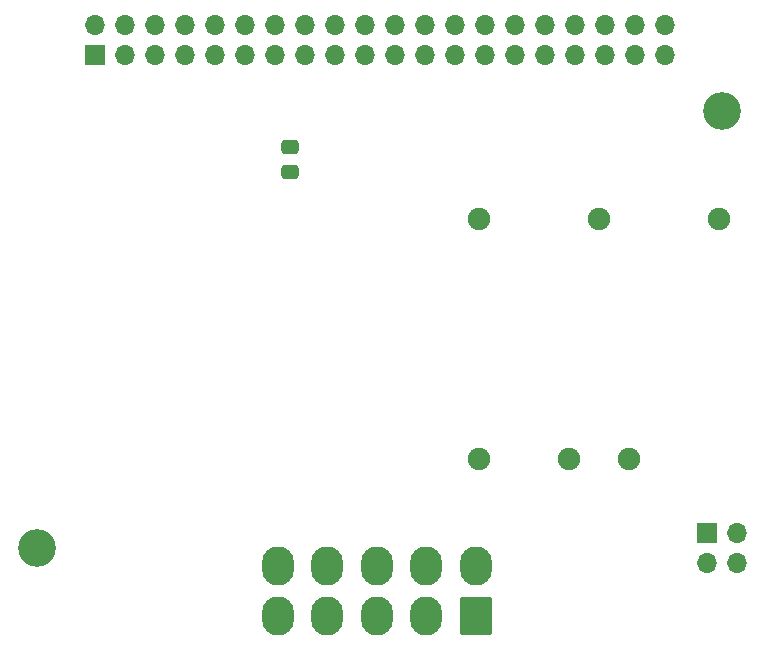
<source format=gbr>
%TF.GenerationSoftware,KiCad,Pcbnew,8.0.3-8.0.3-0~ubuntu23.10.1*%
%TF.CreationDate,2024-09-16T17:13:33+03:00*%
%TF.ProjectId,Raspberry Pi 5 shield,52617370-6265-4727-9279-205069203520,rev?*%
%TF.SameCoordinates,Original*%
%TF.FileFunction,Soldermask,Bot*%
%TF.FilePolarity,Negative*%
%FSLAX46Y46*%
G04 Gerber Fmt 4.6, Leading zero omitted, Abs format (unit mm)*
G04 Created by KiCad (PCBNEW 8.0.3-8.0.3-0~ubuntu23.10.1) date 2024-09-16 17:13:33*
%MOMM*%
%LPD*%
G01*
G04 APERTURE LIST*
G04 Aperture macros list*
%AMRoundRect*
0 Rectangle with rounded corners*
0 $1 Rounding radius*
0 $2 $3 $4 $5 $6 $7 $8 $9 X,Y pos of 4 corners*
0 Add a 4 corners polygon primitive as box body*
4,1,4,$2,$3,$4,$5,$6,$7,$8,$9,$2,$3,0*
0 Add four circle primitives for the rounded corners*
1,1,$1+$1,$2,$3*
1,1,$1+$1,$4,$5*
1,1,$1+$1,$6,$7*
1,1,$1+$1,$8,$9*
0 Add four rect primitives between the rounded corners*
20,1,$1+$1,$2,$3,$4,$5,0*
20,1,$1+$1,$4,$5,$6,$7,0*
20,1,$1+$1,$6,$7,$8,$9,0*
20,1,$1+$1,$8,$9,$2,$3,0*%
G04 Aperture macros list end*
%ADD10C,1.900000*%
%ADD11C,3.200000*%
%ADD12RoundRect,0.250001X1.099999X1.399999X-1.099999X1.399999X-1.099999X-1.399999X1.099999X-1.399999X0*%
%ADD13O,2.700000X3.300000*%
%ADD14R,1.700000X1.700000*%
%ADD15O,1.700000X1.700000*%
%ADD16RoundRect,0.250000X-0.475000X0.337500X-0.475000X-0.337500X0.475000X-0.337500X0.475000X0.337500X0*%
G04 APERTURE END LIST*
D10*
%TO.C,PS1*%
X157734000Y-104976000D03*
X152654000Y-104976000D03*
X165354000Y-84656000D03*
X155194000Y-84656000D03*
X145034000Y-84656000D03*
X145034000Y-104976000D03*
%TD*%
D11*
%TO.C,H6*%
X107640000Y-112540000D03*
%TD*%
D12*
%TO.C,J3*%
X144780000Y-118291000D03*
D13*
X140598000Y-118291000D03*
X136398000Y-118291000D03*
X132207000Y-118291000D03*
X127998000Y-118291000D03*
X144780000Y-114091000D03*
X140598000Y-114091000D03*
X136398000Y-114091000D03*
X132207000Y-114091000D03*
X127998000Y-114091000D03*
%TD*%
D11*
%TO.C,H5*%
X165640000Y-75540000D03*
%TD*%
D14*
%TO.C,J2*%
X164370000Y-111270000D03*
D15*
X166910000Y-111270000D03*
X164370000Y-113810000D03*
X166910000Y-113810000D03*
%TD*%
D14*
%TO.C,J1*%
X112510000Y-70810000D03*
D15*
X112510000Y-68270000D03*
X115050000Y-70810000D03*
X115050000Y-68270000D03*
X117590000Y-70810000D03*
X117590000Y-68270000D03*
X120130000Y-70810000D03*
X120130000Y-68270000D03*
X122670000Y-70810000D03*
X122670000Y-68270000D03*
X125210000Y-70810000D03*
X125210000Y-68270000D03*
X127750000Y-70810000D03*
X127750000Y-68270000D03*
X130290000Y-70810000D03*
X130290000Y-68270000D03*
X132830000Y-70810000D03*
X132830000Y-68270000D03*
X135370000Y-70810000D03*
X135370000Y-68270000D03*
X137910000Y-70810000D03*
X137910000Y-68270000D03*
X140450000Y-70810000D03*
X140450000Y-68270000D03*
X142990000Y-70810000D03*
X142990000Y-68270000D03*
X145530000Y-70810000D03*
X145530000Y-68270000D03*
X148070000Y-70810000D03*
X148070000Y-68270000D03*
X150610000Y-70810000D03*
X150610000Y-68270000D03*
X153150000Y-70810000D03*
X153150000Y-68270000D03*
X155690000Y-70810000D03*
X155690000Y-68270000D03*
X158230000Y-70810000D03*
X158230000Y-68270000D03*
X160770000Y-70810000D03*
X160770000Y-68270000D03*
%TD*%
D16*
%TO.C,C11*%
X129032000Y-78584500D03*
X129032000Y-80659500D03*
%TD*%
M02*

</source>
